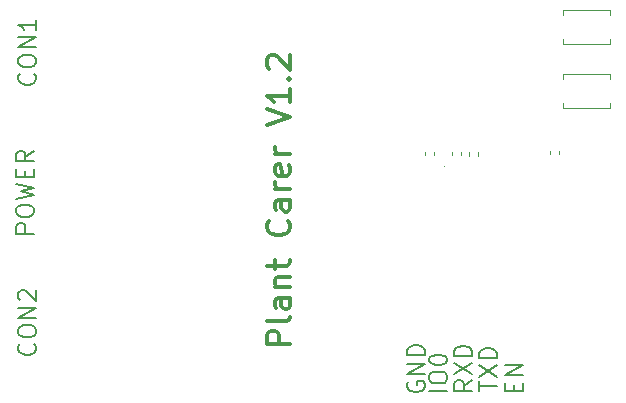
<source format=gbr>
%TF.GenerationSoftware,KiCad,Pcbnew,(6.0.2)*%
%TF.CreationDate,2022-04-10T14:27:56+08:00*%
%TF.ProjectId,PlantCare,506c616e-7443-4617-9265-2e6b69636164,rev?*%
%TF.SameCoordinates,Original*%
%TF.FileFunction,Legend,Bot*%
%TF.FilePolarity,Positive*%
%FSLAX46Y46*%
G04 Gerber Fmt 4.6, Leading zero omitted, Abs format (unit mm)*
G04 Created by KiCad (PCBNEW (6.0.2)) date 2022-04-10 14:27:56*
%MOMM*%
%LPD*%
G01*
G04 APERTURE LIST*
%ADD10C,0.300000*%
%ADD11C,0.200000*%
%ADD12C,0.120000*%
%ADD13C,0.100000*%
G04 APERTURE END LIST*
D10*
X105904761Y-112840476D02*
X103904761Y-112840476D01*
X103904761Y-112078571D01*
X104000000Y-111888095D01*
X104095238Y-111792857D01*
X104285714Y-111697619D01*
X104571428Y-111697619D01*
X104761904Y-111792857D01*
X104857142Y-111888095D01*
X104952380Y-112078571D01*
X104952380Y-112840476D01*
X105904761Y-110554761D02*
X105809523Y-110745238D01*
X105619047Y-110840476D01*
X103904761Y-110840476D01*
X105904761Y-108935714D02*
X104857142Y-108935714D01*
X104666666Y-109030952D01*
X104571428Y-109221428D01*
X104571428Y-109602380D01*
X104666666Y-109792857D01*
X105809523Y-108935714D02*
X105904761Y-109126190D01*
X105904761Y-109602380D01*
X105809523Y-109792857D01*
X105619047Y-109888095D01*
X105428571Y-109888095D01*
X105238095Y-109792857D01*
X105142857Y-109602380D01*
X105142857Y-109126190D01*
X105047619Y-108935714D01*
X104571428Y-107983333D02*
X105904761Y-107983333D01*
X104761904Y-107983333D02*
X104666666Y-107888095D01*
X104571428Y-107697619D01*
X104571428Y-107411904D01*
X104666666Y-107221428D01*
X104857142Y-107126190D01*
X105904761Y-107126190D01*
X104571428Y-106459523D02*
X104571428Y-105697619D01*
X103904761Y-106173809D02*
X105619047Y-106173809D01*
X105809523Y-106078571D01*
X105904761Y-105888095D01*
X105904761Y-105697619D01*
X105714285Y-102364285D02*
X105809523Y-102459523D01*
X105904761Y-102745238D01*
X105904761Y-102935714D01*
X105809523Y-103221428D01*
X105619047Y-103411904D01*
X105428571Y-103507142D01*
X105047619Y-103602380D01*
X104761904Y-103602380D01*
X104380952Y-103507142D01*
X104190476Y-103411904D01*
X104000000Y-103221428D01*
X103904761Y-102935714D01*
X103904761Y-102745238D01*
X104000000Y-102459523D01*
X104095238Y-102364285D01*
X105904761Y-100650000D02*
X104857142Y-100650000D01*
X104666666Y-100745238D01*
X104571428Y-100935714D01*
X104571428Y-101316666D01*
X104666666Y-101507142D01*
X105809523Y-100650000D02*
X105904761Y-100840476D01*
X105904761Y-101316666D01*
X105809523Y-101507142D01*
X105619047Y-101602380D01*
X105428571Y-101602380D01*
X105238095Y-101507142D01*
X105142857Y-101316666D01*
X105142857Y-100840476D01*
X105047619Y-100650000D01*
X105904761Y-99697619D02*
X104571428Y-99697619D01*
X104952380Y-99697619D02*
X104761904Y-99602380D01*
X104666666Y-99507142D01*
X104571428Y-99316666D01*
X104571428Y-99126190D01*
X105809523Y-97697619D02*
X105904761Y-97888095D01*
X105904761Y-98269047D01*
X105809523Y-98459523D01*
X105619047Y-98554761D01*
X104857142Y-98554761D01*
X104666666Y-98459523D01*
X104571428Y-98269047D01*
X104571428Y-97888095D01*
X104666666Y-97697619D01*
X104857142Y-97602380D01*
X105047619Y-97602380D01*
X105238095Y-98554761D01*
X105904761Y-96745238D02*
X104571428Y-96745238D01*
X104952380Y-96745238D02*
X104761904Y-96650000D01*
X104666666Y-96554761D01*
X104571428Y-96364285D01*
X104571428Y-96173809D01*
X103904761Y-94269047D02*
X105904761Y-93602380D01*
X103904761Y-92935714D01*
X105904761Y-91221428D02*
X105904761Y-92364285D01*
X105904761Y-91792857D02*
X103904761Y-91792857D01*
X104190476Y-91983333D01*
X104380952Y-92173809D01*
X104476190Y-92364285D01*
X105714285Y-90364285D02*
X105809523Y-90269047D01*
X105904761Y-90364285D01*
X105809523Y-90459523D01*
X105714285Y-90364285D01*
X105904761Y-90364285D01*
X104095238Y-89507142D02*
X104000000Y-89411904D01*
X103904761Y-89221428D01*
X103904761Y-88745238D01*
X104000000Y-88554761D01*
X104095238Y-88459523D01*
X104285714Y-88364285D01*
X104476190Y-88364285D01*
X104761904Y-88459523D01*
X105904761Y-89602380D01*
X105904761Y-88364285D01*
D11*
X84235714Y-112821428D02*
X84307142Y-112892857D01*
X84378571Y-113107142D01*
X84378571Y-113250000D01*
X84307142Y-113464285D01*
X84164285Y-113607142D01*
X84021428Y-113678571D01*
X83735714Y-113750000D01*
X83521428Y-113750000D01*
X83235714Y-113678571D01*
X83092857Y-113607142D01*
X82950000Y-113464285D01*
X82878571Y-113250000D01*
X82878571Y-113107142D01*
X82950000Y-112892857D01*
X83021428Y-112821428D01*
X82878571Y-111892857D02*
X82878571Y-111607142D01*
X82950000Y-111464285D01*
X83092857Y-111321428D01*
X83378571Y-111250000D01*
X83878571Y-111250000D01*
X84164285Y-111321428D01*
X84307142Y-111464285D01*
X84378571Y-111607142D01*
X84378571Y-111892857D01*
X84307142Y-112035714D01*
X84164285Y-112178571D01*
X83878571Y-112250000D01*
X83378571Y-112250000D01*
X83092857Y-112178571D01*
X82950000Y-112035714D01*
X82878571Y-111892857D01*
X84378571Y-110607142D02*
X82878571Y-110607142D01*
X84378571Y-109750000D01*
X82878571Y-109750000D01*
X83021428Y-109107142D02*
X82950000Y-109035714D01*
X82878571Y-108892857D01*
X82878571Y-108535714D01*
X82950000Y-108392857D01*
X83021428Y-108321428D01*
X83164285Y-108250000D01*
X83307142Y-108250000D01*
X83521428Y-108321428D01*
X84378571Y-109178571D01*
X84378571Y-108250000D01*
X84235714Y-89921428D02*
X84307142Y-89992857D01*
X84378571Y-90207142D01*
X84378571Y-90350000D01*
X84307142Y-90564285D01*
X84164285Y-90707142D01*
X84021428Y-90778571D01*
X83735714Y-90850000D01*
X83521428Y-90850000D01*
X83235714Y-90778571D01*
X83092857Y-90707142D01*
X82950000Y-90564285D01*
X82878571Y-90350000D01*
X82878571Y-90207142D01*
X82950000Y-89992857D01*
X83021428Y-89921428D01*
X82878571Y-88992857D02*
X82878571Y-88707142D01*
X82950000Y-88564285D01*
X83092857Y-88421428D01*
X83378571Y-88350000D01*
X83878571Y-88350000D01*
X84164285Y-88421428D01*
X84307142Y-88564285D01*
X84378571Y-88707142D01*
X84378571Y-88992857D01*
X84307142Y-89135714D01*
X84164285Y-89278571D01*
X83878571Y-89350000D01*
X83378571Y-89350000D01*
X83092857Y-89278571D01*
X82950000Y-89135714D01*
X82878571Y-88992857D01*
X84378571Y-87707142D02*
X82878571Y-87707142D01*
X84378571Y-86850000D01*
X82878571Y-86850000D01*
X84378571Y-85350000D02*
X84378571Y-86207142D01*
X84378571Y-85778571D02*
X82878571Y-85778571D01*
X83092857Y-85921428D01*
X83235714Y-86064285D01*
X83307142Y-86207142D01*
X84178571Y-103464285D02*
X82678571Y-103464285D01*
X82678571Y-102892857D01*
X82750000Y-102750000D01*
X82821428Y-102678571D01*
X82964285Y-102607142D01*
X83178571Y-102607142D01*
X83321428Y-102678571D01*
X83392857Y-102750000D01*
X83464285Y-102892857D01*
X83464285Y-103464285D01*
X82678571Y-101678571D02*
X82678571Y-101392857D01*
X82750000Y-101250000D01*
X82892857Y-101107142D01*
X83178571Y-101035714D01*
X83678571Y-101035714D01*
X83964285Y-101107142D01*
X84107142Y-101250000D01*
X84178571Y-101392857D01*
X84178571Y-101678571D01*
X84107142Y-101821428D01*
X83964285Y-101964285D01*
X83678571Y-102035714D01*
X83178571Y-102035714D01*
X82892857Y-101964285D01*
X82750000Y-101821428D01*
X82678571Y-101678571D01*
X82678571Y-100535714D02*
X84178571Y-100178571D01*
X83107142Y-99892857D01*
X84178571Y-99607142D01*
X82678571Y-99250000D01*
X83392857Y-98678571D02*
X83392857Y-98178571D01*
X84178571Y-97964285D02*
X84178571Y-98678571D01*
X82678571Y-98678571D01*
X82678571Y-97964285D01*
X84178571Y-96464285D02*
X83464285Y-96964285D01*
X84178571Y-97321428D02*
X82678571Y-97321428D01*
X82678571Y-96750000D01*
X82750000Y-96607142D01*
X82821428Y-96535714D01*
X82964285Y-96464285D01*
X83178571Y-96464285D01*
X83321428Y-96535714D01*
X83392857Y-96607142D01*
X83464285Y-96750000D01*
X83464285Y-97321428D01*
X115850000Y-116042857D02*
X115778571Y-116185714D01*
X115778571Y-116400000D01*
X115850000Y-116614285D01*
X115992857Y-116757142D01*
X116135714Y-116828571D01*
X116421428Y-116900000D01*
X116635714Y-116900000D01*
X116921428Y-116828571D01*
X117064285Y-116757142D01*
X117207142Y-116614285D01*
X117278571Y-116400000D01*
X117278571Y-116257142D01*
X117207142Y-116042857D01*
X117135714Y-115971428D01*
X116635714Y-115971428D01*
X116635714Y-116257142D01*
X117278571Y-115328571D02*
X115778571Y-115328571D01*
X117278571Y-114471428D01*
X115778571Y-114471428D01*
X117278571Y-113757142D02*
X115778571Y-113757142D01*
X115778571Y-113400000D01*
X115850000Y-113185714D01*
X115992857Y-113042857D01*
X116135714Y-112971428D01*
X116421428Y-112900000D01*
X116635714Y-112900000D01*
X116921428Y-112971428D01*
X117064285Y-113042857D01*
X117207142Y-113185714D01*
X117278571Y-113400000D01*
X117278571Y-113757142D01*
X119178571Y-116800000D02*
X117678571Y-116800000D01*
X117678571Y-115800000D02*
X117678571Y-115514285D01*
X117750000Y-115371428D01*
X117892857Y-115228571D01*
X118178571Y-115157142D01*
X118678571Y-115157142D01*
X118964285Y-115228571D01*
X119107142Y-115371428D01*
X119178571Y-115514285D01*
X119178571Y-115800000D01*
X119107142Y-115942857D01*
X118964285Y-116085714D01*
X118678571Y-116157142D01*
X118178571Y-116157142D01*
X117892857Y-116085714D01*
X117750000Y-115942857D01*
X117678571Y-115800000D01*
X117678571Y-114228571D02*
X117678571Y-114085714D01*
X117750000Y-113942857D01*
X117821428Y-113871428D01*
X117964285Y-113800000D01*
X118250000Y-113728571D01*
X118607142Y-113728571D01*
X118892857Y-113800000D01*
X119035714Y-113871428D01*
X119107142Y-113942857D01*
X119178571Y-114085714D01*
X119178571Y-114228571D01*
X119107142Y-114371428D01*
X119035714Y-114442857D01*
X118892857Y-114514285D01*
X118607142Y-114585714D01*
X118250000Y-114585714D01*
X117964285Y-114514285D01*
X117821428Y-114442857D01*
X117750000Y-114371428D01*
X117678571Y-114228571D01*
X121278571Y-115900000D02*
X120564285Y-116400000D01*
X121278571Y-116757142D02*
X119778571Y-116757142D01*
X119778571Y-116185714D01*
X119850000Y-116042857D01*
X119921428Y-115971428D01*
X120064285Y-115900000D01*
X120278571Y-115900000D01*
X120421428Y-115971428D01*
X120492857Y-116042857D01*
X120564285Y-116185714D01*
X120564285Y-116757142D01*
X119778571Y-115400000D02*
X121278571Y-114400000D01*
X119778571Y-114400000D02*
X121278571Y-115400000D01*
X121278571Y-113828571D02*
X119778571Y-113828571D01*
X119778571Y-113471428D01*
X119850000Y-113257142D01*
X119992857Y-113114285D01*
X120135714Y-113042857D01*
X120421428Y-112971428D01*
X120635714Y-112971428D01*
X120921428Y-113042857D01*
X121064285Y-113114285D01*
X121207142Y-113257142D01*
X121278571Y-113471428D01*
X121278571Y-113828571D01*
X121878571Y-116792857D02*
X121878571Y-115935714D01*
X123378571Y-116364285D02*
X121878571Y-116364285D01*
X121878571Y-115578571D02*
X123378571Y-114578571D01*
X121878571Y-114578571D02*
X123378571Y-115578571D01*
X123378571Y-114007142D02*
X121878571Y-114007142D01*
X121878571Y-113650000D01*
X121950000Y-113435714D01*
X122092857Y-113292857D01*
X122235714Y-113221428D01*
X122521428Y-113150000D01*
X122735714Y-113150000D01*
X123021428Y-113221428D01*
X123164285Y-113292857D01*
X123307142Y-113435714D01*
X123378571Y-113650000D01*
X123378571Y-114007142D01*
X124792857Y-116807142D02*
X124792857Y-116307142D01*
X125578571Y-116092857D02*
X125578571Y-116807142D01*
X124078571Y-116807142D01*
X124078571Y-116092857D01*
X125578571Y-115450000D02*
X124078571Y-115450000D01*
X125578571Y-114592857D01*
X124078571Y-114592857D01*
D12*
%TO.C,R6*%
X128680000Y-96753641D02*
X128680000Y-96446359D01*
X127920000Y-96753641D02*
X127920000Y-96446359D01*
%TO.C,SW2*%
X129000000Y-92400000D02*
X129000000Y-92850000D01*
X133000000Y-89950000D02*
X129000000Y-89950000D01*
X133000000Y-92850000D02*
X133000000Y-92400000D01*
X129000000Y-89950000D02*
X129000000Y-90400000D01*
X129000000Y-92850000D02*
X133000000Y-92850000D01*
X133000000Y-90400000D02*
X133000000Y-89950000D01*
%TO.C,R2*%
X118080000Y-96546359D02*
X118080000Y-96853641D01*
X117320000Y-96546359D02*
X117320000Y-96853641D01*
%TO.C,R5*%
X120380000Y-96853641D02*
X120380000Y-96546359D01*
X119620000Y-96853641D02*
X119620000Y-96546359D01*
%TO.C,R7*%
X121780000Y-96863641D02*
X121780000Y-96556359D01*
X121020000Y-96863641D02*
X121020000Y-96556359D01*
D13*
%TO.C,D1*%
X118950000Y-97790000D02*
G75*
G03*
X118950000Y-97790000I-50000J0D01*
G01*
D12*
%TO.C,SW3*%
X129000000Y-84550000D02*
X129000000Y-85000000D01*
X133000000Y-84550000D02*
X129000000Y-84550000D01*
X133000000Y-87450000D02*
X133000000Y-87000000D01*
X129000000Y-87450000D02*
X133000000Y-87450000D01*
X133000000Y-85000000D02*
X133000000Y-84550000D01*
X129000000Y-87000000D02*
X129000000Y-87450000D01*
%TD*%
M02*

</source>
